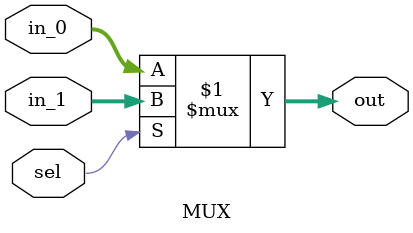
<source format=v>


module MUX(
    input [31:0] in_0, in_1,
    input sel,
    output [31:0] out
    );
    assign out = sel ? in_1 : in_0;
endmodule

</source>
